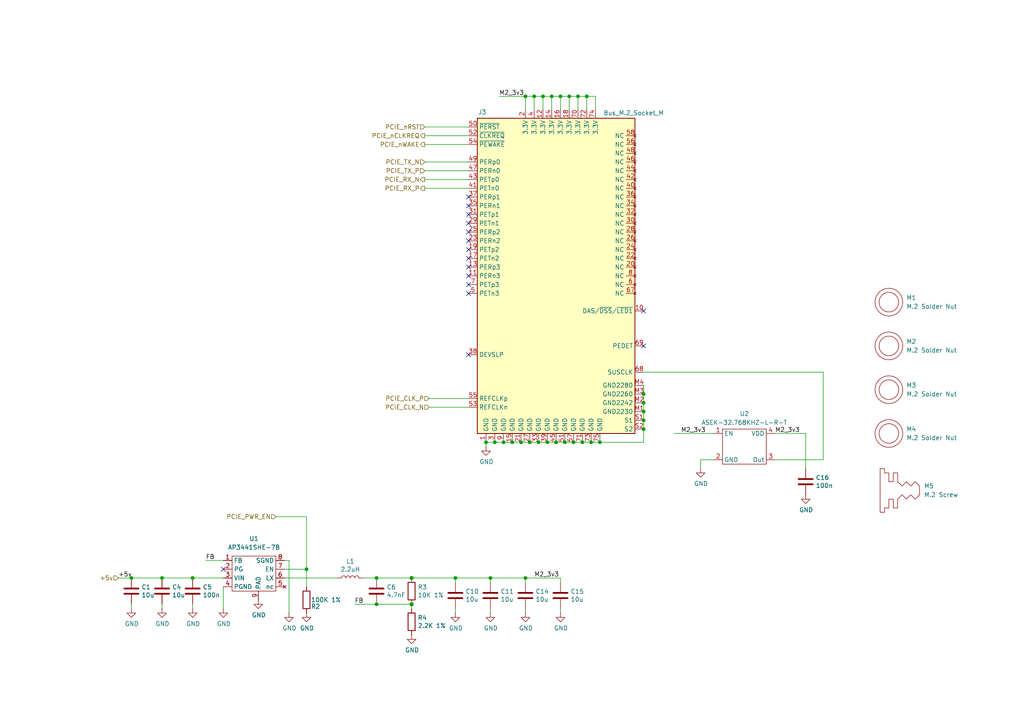
<source format=kicad_sch>
(kicad_sch (version 20231120) (generator "eeschema") (generator_version "8.0")
  (paper "A4")
  (title_block (title "Compute Module 5 IO Board - M2 Socket") (rev "1") (company "Copyright © 2024 Raspberry Pi Ltd.") (comment 1 "www.raspberrypi.com"))
  (lib_symbols
    (symbol "CM5IO:AP3441SHE-7B"
      (property "Reference" "U" (at -6.35 10.16 0))
      (property "Value" "AP3441SHE-7B" (at 0 7.62 0))
      (symbol "AP3441SHE-7B_0_1"
        (rectangle (start -6.35 6.35) (end 6.35 -3.81))
      )
      (symbol "AP3441SHE-7B_1_1"
        (pin passive line (at -8.89 5.08 0) (length 2.54) (name "FB") (number "1"))
        (pin open_collector line (at -8.89 2.54 0) (length 2.54) (name "PG") (number "2"))
        (pin power_in line (at -8.89 0 0) (length 2.54) (name "VIN") (number "3"))
        (pin power_in line (at -8.89 -2.54 0) (length 2.54) (name "PGND") (number "4"))
        (pin no_connect line (at 8.89 -2.54 180) (length 2.54) (name "nc") (number "5"))
        (pin power_out line (at 8.89 0 180) (length 2.54) (name "LX") (number "6"))
        (pin input line (at 8.89 2.54 180) (length 2.54) (name "EN") (number "7"))
        (pin power_in line (at 8.89 5.08 180) (length 2.54) (name "SGND") (number "8"))
        (pin input line (at 1.27 -6.35 90) (length 2.54) (name "PAD") (number "9"))
      )
    )
    (symbol "CM5IO:ASEK-32.768KHZ-L-R-T"
      (property "Reference" "U" (at -5.08 6.35 0))
      (property "Value" "ASEK-32.768KHZ-L-R-T" (at 0 -6.35 0))
      (symbol "ASEK-32.768KHZ-L-R-T_0_1"
        (rectangle (start -6.35 5.08) (end 6.35 -5.08))
      )
      (symbol "ASEK-32.768KHZ-L-R-T_1_1"
        (pin input line (at -8.89 3.81 0) (length 2.54) (name "EN") (number "1"))
        (pin power_in line (at -8.89 -3.81 0) (length 2.54) (name "GND") (number "2"))
        (pin output line (at 8.89 -3.81 180) (length 2.54) (name "Out") (number "3"))
        (pin power_in line (at 8.89 3.81 180) (length 2.54) (name "VDD") (number "4"))
      )
    )
    (symbol "CM5IO:Bus_M.2_Socket_M"
      (property "Reference" "J" (at -22.86 46.99 0))
      (property "Value" "Bus_M.2_Socket_M" (at 30.988 46.99 0))
      (symbol "Bus_M.2_Socket_M_0_1"
        (rectangle (start -22.86 45.72) (end 22.86 -45.72) (stroke (width 0.254)) (fill (type background)))
      )
      (symbol "Bus_M.2_Socket_M_1_1"
        (pin power_in line (at -20.32 -48.26 90) (length 2.54) (name "GND") (number "1"))
        (pin bidirectional line (at 25.4 -10.16 180) (length 2.54) (name "DAS/~{DSS}/~{LED1}") (number "10"))
        (pin input line (at -25.4 0 0) (length 2.54) (name "PERn3") (number "11"))
        (pin power_in line (at -3.81 48.26 270) (length 2.54) (name "3.3V") (number "12"))
        (pin input line (at -25.4 2.54 0) (length 2.54) (name "PERp3") (number "13"))
        (pin power_in line (at -1.27 48.26 270) (length 2.54) (name "3.3V") (number "14"))
        (pin power_in line (at -12.7 -48.26 90) (length 2.54) (name "GND") (number "15"))
        (pin power_in line (at 1.27 48.26 270) (length 2.54) (name "3.3V") (number "16"))
        (pin output line (at -25.4 5.08 0) (length 2.54) (name "PETn2") (number "17"))
        (pin power_in line (at 3.81 48.26 270) (length 2.54) (name "3.3V") (number "18"))
        (pin output line (at -25.4 7.62 0) (length 2.54) (name "PETp2") (number "19"))
        (pin power_in line (at -8.89 48.26 270) (length 2.54) (name "3.3V") (number "2"))
        (pin no_connect line (at 22.86 2.54 180) (length 2.54) (name "NC") (number "20"))
        (pin power_in line (at -10.16 -48.26 90) (length 2.54) (name "GND") (number "21"))
        (pin no_connect line (at 22.86 5.08 180) (length 2.54) (name "NC") (number "22"))
        (pin input line (at -25.4 10.16 0) (length 2.54) (name "PERn2") (number "23"))
        (pin no_connect line (at 22.86 7.62 180) (length 2.54) (name "NC") (number "24"))
        (pin input line (at -25.4 12.7 0) (length 2.54) (name "PERp2") (number "25"))
        (pin no_connect line (at 22.86 10.16 180) (length 2.54) (name "NC") (number "26"))
        (pin power_in line (at -7.62 -48.26 90) (length 2.54) (name "GND") (number "27"))
        (pin no_connect line (at 22.86 12.7 180) (length 2.54) (name "NC") (number "28"))
        (pin output line (at -25.4 15.24 0) (length 2.54) (name "PETn1") (number "29"))
        (pin power_in line (at -17.78 -48.26 90) (length 2.54) (name "GND") (number "3"))
        (pin no_connect line (at 22.86 15.24 180) (length 2.54) (name "NC") (number "30"))
        (pin output line (at -25.4 17.78 0) (length 2.54) (name "PETp1") (number "31"))
        (pin no_connect line (at 22.86 17.78 180) (length 2.54) (name "NC") (number "32"))
        (pin power_in line (at -5.08 -48.26 90) (length 2.54) (name "GND") (number "33"))
        (pin no_connect line (at 22.86 20.32 180) (length 2.54) (name "NC") (number "34"))
        (pin input line (at -25.4 20.32 0) (length 2.54) (name "PERn1") (number "35"))
        (pin no_connect line (at 22.86 22.86 180) (length 2.54) (name "NC") (number "36"))
        (pin input line (at -25.4 22.86 0) (length 2.54) (name "PERp1") (number "37"))
        (pin input line (at -25.4 -22.86 0) (length 2.54) (name "DEVSLP") (number "38"))
        (pin power_in line (at -2.54 -48.26 90) (length 2.54) (name "GND") (number "39"))
        (pin power_in line (at -6.35 48.26 270) (length 2.54) (name "3.3V") (number "4"))
        (pin no_connect line (at 22.86 25.4 180) (length 2.54) (name "NC") (number "40"))
        (pin output line (at -25.4 25.4 0) (length 2.54) (name "PETn0") (number "41"))
        (pin no_connect line (at 22.86 27.94 180) (length 2.54) (name "NC") (number "42"))
        (pin output line (at -25.4 27.94 0) (length 2.54) (name "PETp0") (number "43"))
        (pin no_connect line (at 22.86 30.48 180) (length 2.54) (name "NC") (number "44"))
        (pin power_in line (at 0 -48.26 90) (length 2.54) (name "GND") (number "45"))
        (pin no_connect line (at 22.86 33.02 180) (length 2.54) (name "NC") (number "46"))
        (pin input line (at -25.4 30.48 0) (length 2.54) (name "PERn0") (number "47"))
        (pin no_connect line (at 22.86 35.56 180) (length 2.54) (name "NC") (number "48"))
        (pin input line (at -25.4 33.02 0) (length 2.54) (name "PERp0") (number "49"))
        (pin output line (at -25.4 -5.08 0) (length 2.54) (name "PETn3") (number "5"))
        (pin input line (at -25.4 43.18 0) (length 2.54) (name "~{PERST}") (number "50"))
        (pin power_in line (at 2.54 -48.26 90) (length 2.54) (name "GND") (number "51"))
        (pin bidirectional line (at -25.4 40.64 0) (length 2.54) (name "~{CLKREQ}") (number "52"))
        (pin input line (at -25.4 -38.1 0) (length 2.54) (name "REFCLKn") (number "53"))
        (pin bidirectional line (at -25.4 38.1 0) (length 2.54) (name "~{PEWAKE}") (number "54"))
        (pin input line (at -25.4 -35.56 0) (length 2.54) (name "REFCLKp") (number "55"))
        (pin no_connect line (at 22.86 38.1 180) (length 2.54) (name "NC") (number "56"))
        (pin power_in line (at 5.08 -48.26 90) (length 2.54) (name "GND") (number "57"))
        (pin no_connect line (at 22.86 40.64 180) (length 2.54) (name "NC") (number "58"))
        (pin no_connect line (at 22.86 -2.54 180) (length 2.54) (name "NC") (number "6"))
        (pin no_connect line (at 22.86 -5.08 180) (length 2.54) (name "NC") (number "67"))
        (pin input line (at 25.4 -27.94 180) (length 2.54) (name "SUSCLK") (number "68"))
        (pin passive line (at 25.4 -20.32 180) (length 2.54) (name "PEDET") (number "69"))
        (pin output line (at -25.4 -2.54 0) (length 2.54) (name "PETp3") (number "7"))
        (pin power_in line (at 6.35 48.26 270) (length 2.54) (name "3.3V") (number "70"))
        (pin power_in line (at 7.62 -48.26 90) (length 2.54) (name "GND") (number "71"))
        (pin power_in line (at 8.89 48.26 270) (length 2.54) (name "3.3V") (number "72"))
        (pin power_in line (at 10.16 -48.26 90) (length 2.54) (name "GND") (number "73"))
        (pin power_in line (at 11.43 48.26 270) (length 2.54) (name "3.3V") (number "74"))
        (pin power_in line (at 12.7 -48.26 90) (length 2.54) (name "GND") (number "75"))
        (pin no_connect line (at 22.86 0 180) (length 2.54) (name "NC") (number "8"))
        (pin power_in line (at -15.24 -48.26 90) (length 2.54) (name "GND") (number "9"))
        (pin passive line (at 25.4 -39.37 180) (length 2.54) (name "GND2230") (number "M1"))
        (pin passive line (at 25.4 -36.83 180) (length 2.54) (name "GND2242") (number "M2"))
        (pin passive line (at 25.4 -34.29 180) (length 2.54) (name "GND2260") (number "M3"))
        (pin passive line (at 25.4 -31.75 180) (length 2.54) (name "GND2280") (number "M4"))
        (pin passive line (at 25.4 -41.91 180) (length 2.54) (name "S1") (number "S1"))
        (pin passive line (at 25.4 -44.45 180) (length 2.54) (name "S2") (number "S2"))
      )
    )
    (symbol "CM5IO:M.2_Screw" (pin_numbers hide) (pin_names (offset 0) hide) (on_board no)
      (property "Reference" "M" (at -0.254 -6.35 0))
      (property "Value" "M.2 Screw" (at 0.254 -8.636 0))
      (symbol "M.2_Screw_0_1"
        (polyline (pts (xy -5.08 0) (xy -5.08 -6.35) (xy -3.81 -6.35) (xy -3.81 -5.08) (xy -2.54 -5.08) (xy -2.54 -2.54) (xy -1.27 -2.54) (xy -1.27 -5.08) (xy 0 -5.08) (xy 0 -2.54) (xy 1.27 -1.27) (xy 2.54 -2.54) (xy 3.81 -1.27) (xy 5.08 -2.54) (xy 6.35 -1.27) (xy 6.35 1.27) (xy 5.08 2.54) (xy 3.81 1.27) (xy 2.54 2.54) (xy 1.27 1.27) (xy 0 2.54) (xy 0 5.08) (xy -1.27 5.08) (xy -1.27 2.54) (xy -2.54 2.54) (xy -2.54 5.08) (xy -3.81 5.08) (xy -3.81 6.35) (xy -5.08 6.35) (xy -5.08 0)))
      )
    )
    (symbol "CM5IO:SolderNut" (pin_numbers hide) (pin_names (offset 0) hide) (exclude_from_sim yes) (on_board no)
      (property "Reference" "M" (at -6.35 -3.556 0))
      (property "Value" "M.2 Solder Nut" (at 0.254 -5.842 0))
      (symbol "SolderNut_0_1"
        (circle (center 0 0) (radius 2.8398))
        (circle (center 0 0) (radius 4.0161))
      )
    )
    (symbol "Device:C" (pin_numbers hide) (pin_names (offset 0.254))
      (property "Reference" "C" (at 0.635 2.54 0))
      (property "Value" "C" (at 0.635 -2.54 0))
      (symbol "C_0_1"
        (polyline (pts (xy -2.032 -0.762) (xy 2.032 -0.762)) (stroke (width 0.508)))
        (polyline (pts (xy -2.032 0.762) (xy 2.032 0.762)) (stroke (width 0.508)))
      )
      (symbol "C_1_1"
        (pin passive line (at 0 3.81 270) (length 2.794) (name "~") (number "1"))
        (pin passive line (at 0 -3.81 90) (length 2.794) (name "~") (number "2"))
      )
    )
    (symbol "Device:L" (pin_numbers hide) (pin_names (offset 1.016) hide)
      (property "Reference" "L" (at -1.27 0 90))
      (property "Value" "L" (at 1.905 0 90))
      (symbol "L_0_1"
        (arc (start 0 -2.54) (mid 0.6323 -1.905) (end 0 -1.27))
        (arc (start 0 -1.27) (mid 0.6323 -0.635) (end 0 0))
        (arc (start 0 0) (mid 0.6323 0.635) (end 0 1.27))
        (arc (start 0 1.27) (mid 0.6323 1.905) (end 0 2.54))
      )
      (symbol "L_1_1"
        (pin passive line (at 0 3.81 270) (length 1.27) (name "1") (number "1"))
        (pin passive line (at 0 -3.81 90) (length 1.27) (name "2") (number "2"))
      )
    )
    (symbol "Device:R" (pin_numbers hide) (pin_names (offset 0))
      (property "Reference" "R" (at 2.032 0 90))
      (property "Value" "R" (at 0 0 90))
      (symbol "R_0_1"
        (rectangle (start -1.016 -2.54) (end 1.016 2.54) (stroke (width 0.254)))
      )
      (symbol "R_1_1"
        (pin passive line (at 0 3.81 270) (length 1.27) (name "~") (number "1"))
        (pin passive line (at 0 -3.81 90) (length 1.27) (name "~") (number "2"))
      )
    )
    (symbol "power:GND" (power) (pin_numbers hide) (pin_names (offset 0) hide)
      (property "Value" "GND" (at 0 -3.81 0))
      (symbol "GND_0_1"
        (polyline (pts (xy 0 0) (xy 0 -1.27) (xy 1.27 -1.27) (xy 0 -2.54) (xy -1.27 -1.27) (xy 0 -1.27)))
      )
      (symbol "GND_1_1"
        (pin power_in line (at 0 0 270) (length 0) (name "~") (number "1"))
      )
    )
  )
  (junction (at 156.21 128.27))
  (junction (at 170.18 27.94))
  (junction (at 55.88 167.64))
  (junction (at 119.38 175.26) (diameter 1.016))
  (junction (at 143.51 128.27))
  (junction (at 171.45 128.27))
  (junction (at 165.1 27.94))
  (junction (at 109.22 167.64))
  (junction (at 158.75 128.27))
  (junction (at 153.67 128.27))
  (junction (at 46.99 167.64))
  (junction (at 173.99 128.27))
  (junction (at 132.08 167.64))
  (junction (at 88.9 165.1))
  (junction (at 38.1 167.64))
  (junction (at 154.94 27.94))
  (junction (at 142.24 167.64))
  (junction (at 186.69 121.92))
  (junction (at 186.69 116.84))
  (junction (at 166.37 128.27))
  (junction (at 146.05 128.27))
  (junction (at 152.4 27.94))
  (junction (at 163.83 128.27))
  (junction (at 148.59 128.27))
  (junction (at 167.64 27.94))
  (junction (at 109.22 175.26))
  (junction (at 161.29 128.27))
  (junction (at 186.69 124.46))
  (junction (at 186.69 114.3))
  (junction (at 140.97 128.27))
  (junction (at 160.02 27.94))
  (junction (at 162.56 27.94))
  (junction (at 186.69 119.38))
  (junction (at 152.4 167.64))
  (junction (at 151.13 128.27))
  (junction (at 119.38 167.64) (diameter 1.016))
  (junction (at 168.91 128.27))
  (junction (at 157.48 27.94))
  (no_connect (at 64.77 165.1))
  (no_connect (at 135.89 80.01))
  (no_connect (at 135.89 85.09))
  (no_connect (at 135.89 72.39))
  (no_connect (at 186.69 90.17))
  (no_connect (at 135.89 82.55))
  (no_connect (at 135.89 57.15))
  (no_connect (at 135.89 102.87))
  (no_connect (at 135.89 77.47))
  (no_connect (at 186.69 100.33))
  (no_connect (at 135.89 67.31))
  (no_connect (at 135.89 62.23))
  (no_connect (at 135.89 74.93))
  (no_connect (at 135.89 69.85))
  (no_connect (at 135.89 64.77))
  (no_connect (at 135.89 59.69))
  (wire (pts (xy 186.69 124.46) (xy 186.69 128.27)))
  (wire (pts (xy 105.41 167.64) (xy 109.22 167.64)))
  (wire (pts (xy 140.97 128.27) (xy 143.51 128.27)))
  (wire (pts (xy 167.64 27.94) (xy 170.18 27.94)))
  (wire (pts (xy 162.56 27.94) (xy 162.56 31.75)))
  (wire (pts (xy 195.58 125.73) (xy 207.01 125.73)))
  (wire (pts (xy 109.22 167.64) (xy 119.38 167.64)))
  (wire (pts (xy 152.4 27.94) (xy 154.94 27.94)))
  (wire (pts (xy 173.99 128.27) (xy 171.45 128.27)))
  (wire (pts (xy 123.19 52.07) (xy 135.89 52.07)))
  (wire (pts (xy 142.24 167.64) (xy 152.4 167.64)))
  (wire (pts (xy 88.9 165.1) (xy 88.9 170.18)))
  (wire (pts (xy 152.4 167.64) (xy 162.56 167.64)))
  (wire (pts (xy 124.46 115.57) (xy 135.89 115.57)))
  (wire (pts (xy 59.69 162.56) (xy 64.77 162.56)))
  (wire (pts (xy 135.89 46.99) (xy 123.19 46.99)))
  (wire (pts (xy 156.21 128.27) (xy 153.67 128.27)))
  (wire (pts (xy 55.88 175.26) (xy 55.88 176.53)))
  (wire (pts (xy 154.94 27.94) (xy 157.48 27.94)))
  (wire (pts (xy 186.69 119.38) (xy 186.69 121.92)))
  (wire (pts (xy 186.69 121.92) (xy 186.69 124.46)))
  (wire (pts (xy 165.1 27.94) (xy 165.1 31.75)))
  (wire (pts (xy 123.19 54.61) (xy 135.89 54.61)))
  (wire (pts (xy 171.45 128.27) (xy 168.91 128.27)))
  (wire (pts (xy 123.19 49.53) (xy 135.89 49.53)))
  (wire (pts (xy 46.99 167.64) (xy 55.88 167.64)))
  (wire (pts (xy 82.55 165.1) (xy 88.9 165.1)))
  (wire (pts (xy 132.08 167.64) (xy 142.24 167.64)))
  (wire (pts (xy 186.69 116.84) (xy 186.69 119.38)))
  (wire (pts (xy 167.64 27.94) (xy 167.64 31.75)))
  (wire (pts (xy 34.29 167.64) (xy 38.1 167.64)))
  (wire (pts (xy 186.69 114.3) (xy 186.69 116.84)))
  (wire (pts (xy 152.4 167.64) (xy 152.4 168.91)))
  (wire (pts (xy 186.69 128.27) (xy 173.99 128.27)))
  (wire (pts (xy 168.91 128.27) (xy 166.37 128.27)))
  (wire (pts (xy 119.38 167.64) (xy 132.08 167.64)))
  (wire (pts (xy 152.4 176.53) (xy 152.4 177.8)))
  (wire (pts (xy 158.75 128.27) (xy 161.29 128.27)))
  (wire (pts (xy 166.37 128.27) (xy 163.83 128.27)))
  (wire (pts (xy 170.18 27.94) (xy 172.72 27.94)))
  (wire (pts (xy 82.55 167.64) (xy 97.79 167.64)))
  (wire (pts (xy 238.76 133.35) (xy 224.79 133.35)))
  (wire (pts (xy 157.48 27.94) (xy 160.02 27.94)))
  (wire (pts (xy 203.2 135.89) (xy 203.2 133.35)))
  (wire (pts (xy 157.48 27.94) (xy 157.48 31.75)))
  (wire (pts (xy 186.69 111.76) (xy 186.69 114.3)))
  (wire (pts (xy 152.4 27.94) (xy 152.4 31.75)))
  (wire (pts (xy 55.88 167.64) (xy 64.77 167.64)))
  (wire (pts (xy 88.9 149.86) (xy 88.9 165.1)))
  (wire (pts (xy 172.72 27.94) (xy 172.72 31.75)))
  (wire (pts (xy 124.46 118.11) (xy 135.89 118.11)))
  (wire (pts (xy 109.22 175.26) (xy 119.38 175.26)))
  (wire (pts (xy 123.19 39.37) (xy 135.89 39.37)))
  (wire (pts (xy 38.1 175.26) (xy 38.1 176.53)))
  (wire (pts (xy 123.19 41.91) (xy 135.89 41.91)))
  (wire (pts (xy 132.08 168.91) (xy 132.08 167.64)))
  (wire (pts (xy 146.05 128.27) (xy 143.51 128.27)))
  (wire (pts (xy 82.55 162.56) (xy 83.82 162.56)))
  (wire (pts (xy 140.97 128.27) (xy 140.97 129.54)))
  (wire (pts (xy 148.59 128.27) (xy 151.13 128.27)))
  (wire (pts (xy 144.78 27.94) (xy 152.4 27.94)))
  (wire (pts (xy 162.56 27.94) (xy 165.1 27.94)))
  (wire (pts (xy 186.69 107.95) (xy 238.76 107.95)))
  (wire (pts (xy 38.1 167.64) (xy 46.99 167.64)))
  (wire (pts (xy 233.68 125.73) (xy 224.79 125.73)))
  (wire (pts (xy 142.24 167.64) (xy 142.24 168.91)))
  (wire (pts (xy 163.83 128.27) (xy 161.29 128.27)))
  (wire (pts (xy 80.01 149.86) (xy 88.9 149.86)))
  (wire (pts (xy 46.99 175.26) (xy 46.99 176.53)))
  (wire (pts (xy 151.13 128.27) (xy 153.67 128.27)))
  (wire (pts (xy 156.21 128.27) (xy 158.75 128.27)))
  (wire (pts (xy 132.08 177.8) (xy 132.08 176.53)))
  (wire (pts (xy 160.02 27.94) (xy 160.02 31.75)))
  (wire (pts (xy 162.56 176.53) (xy 162.56 177.8)))
  (wire (pts (xy 203.2 133.35) (xy 207.01 133.35)))
  (wire (pts (xy 233.68 135.89) (xy 233.68 125.73)))
  (wire (pts (xy 64.77 176.53) (xy 64.77 170.18)))
  (wire (pts (xy 162.56 167.64) (xy 162.56 168.91)))
  (wire (pts (xy 154.94 27.94) (xy 154.94 31.75)))
  (wire (pts (xy 142.24 176.53) (xy 142.24 177.8)))
  (wire (pts (xy 165.1 27.94) (xy 167.64 27.94)))
  (wire (pts (xy 119.38 176.53) (xy 119.38 175.26)))
  (wire (pts (xy 146.05 128.27) (xy 148.59 128.27)))
  (wire (pts (xy 123.19 36.83) (xy 135.89 36.83)))
  (wire (pts (xy 102.87 175.26) (xy 109.22 175.26)))
  (wire (pts (xy 160.02 27.94) (xy 162.56 27.94)))
  (wire (pts (xy 170.18 27.94) (xy 170.18 31.75)))
  (wire (pts (xy 238.76 107.95) (xy 238.76 133.35)))
  (wire (pts (xy 83.82 162.56) (xy 83.82 177.8)))
  (label "M2_3v3" (at 154.94 167.64 0))
  (label "+5v" (at 34.29 167.64 0))
  (label "FB" (at 59.69 162.56 0))
  (label "M2_3v3" (at 224.79 125.73 0))
  (label "M2_3v3" (at 197.485 125.73 0))
  (label "M2_3v3" (at 144.78 27.94 0))
  (label "FB" (at 102.87 175.26 0))
  (hierarchical_label "PCIE_RX_N" (shape output) (at 123.19 52.07 180))
  (hierarchical_label "PCIE_CLK_N" (shape input) (at 124.46 118.11 180))
  (hierarchical_label "PCIE_TX_P" (shape input) (at 123.19 49.53 180))
  (hierarchical_label "PCIE_nCLKREQ" (shape output) (at 123.19 39.37 180))
  (hierarchical_label "PCIE_RX_P" (shape output) (at 123.19 54.61 180))
  (hierarchical_label "PCIE_PWR_EN" (shape input) (at 80.01 149.86 180))
  (hierarchical_label "PCIE_nWAKE" (shape output) (at 123.19 41.91 180))
  (hierarchical_label "PCIE_TX_N" (shape input) (at 123.19 46.99 180))
  (hierarchical_label "PCIE_nRST" (shape input) (at 123.19 36.83 180))
  (hierarchical_label "+5v" (shape input) (at 34.29 167.64 180))
  (hierarchical_label "PCIE_CLK_P" (shape input) (at 124.46 115.57 180))
  (symbol (lib_id "Device:C") (at 152.4 172.72 0) (unit 1)
    (property "Reference" "C14" (at 155.321 171.5516 0) (effects (justify left)))
    (property "Value" "10u" (at 155.321 173.863 0) (effects (justify left)))
    (property "Footprint" "Capacitor_SMD:C_0805_2012Metric" (effects (hide yes)))
    (property "Datasheet" "https://search.murata.co.jp/Ceramy/image/img/A01X/G101/ENG/GRM21BR71A106KA73-01.pdf" (effects (hide yes)))
    (property "Field4" "Digikey" (effects (hide yes)))
    (property "Field5" "490-14381-1-ND" (effects (hide yes)))
    (property "Field6" "GRM21BR71A106KA73L" (effects (hide yes)))
    (property "Field7" "Murata" (effects (hide yes)))
    (property "Field8" "111893011" (effects (hide yes)))
    (property "Part Description" "	10uF 10% 10V Ceramic Capacitor X7R 0805 (2012 Metric)" (effects (hide yes)))
  )
  (symbol (lib_id "power:GND") (at 152.4 177.8 0) (unit 1)
    (property "Reference" "#PWR023" (effects (hide yes)))
    (property "Value" "GND" (at 152.527 182.1942 0))
    (property "Description" "Power symbol creates a global label with name \"GND\" , ground" (effects (hide yes)))
  )
  (symbol (lib_id "Device:C") (at 46.99 171.45 0) (unit 1)
    (property "Reference" "C4" (at 49.911 170.2816 0) (effects (justify left)))
    (property "Value" "10u" (at 49.911 172.593 0) (effects (justify left)))
    (property "Footprint" "Capacitor_SMD:C_0805_2012Metric" (effects (hide yes)))
    (property "Datasheet" "https://search.murata.co.jp/Ceramy/image/img/A01X/G101/ENG/GRM21BR71A106KA73-01.pdf" (effects (hide yes)))
    (property "Field4" "Digikey" (effects (hide yes)))
    (property "Field5" "490-14381-1-ND" (effects (hide yes)))
    (property "Field6" "GRM21BR71A106KA73L" (effects (hide yes)))
    (property "Field7" "Murata" (effects (hide yes)))
    (property "Field8" "111893011" (effects (hide yes)))
    (property "Part Description" "	10uF 10% 10V Ceramic Capacitor X7R 0805 (2012 Metric)" (effects (hide yes)))
  )
  (symbol (lib_id "power:GND") (at 46.99 176.53 0) (unit 1)
    (property "Reference" "#PWR08" (effects (hide yes)))
    (property "Value" "GND" (at 47.117 180.9242 0))
    (property "Description" "Power symbol creates a global label with name \"GND\" , ground" (effects (hide yes)))
  )
  (symbol (lib_id "power:GND") (at 140.97 129.54 0) (unit 1)
    (property "Reference" "#PWR021" (effects (hide yes)))
    (property "Value" "GND" (at 141.097 133.9342 0))
    (property "Description" "Power symbol creates a global label with name \"GND\" , ground" (effects (hide yes)))
  )
  (symbol (lib_id "power:GND") (at 162.56 177.8 0) (unit 1)
    (property "Reference" "#PWR024" (effects (hide yes)))
    (property "Value" "GND" (at 162.687 182.1942 0))
    (property "Description" "Power symbol creates a global label with name \"GND\" , ground" (effects (hide yes)))
  )
  (symbol (lib_id "CM5IO:SolderNut") (at 257.81 113.03 0) (unit 1) (exclude_from_sim yes) (on_board no)
    (property "Reference" "M3" (at 262.89 111.7599 0) (effects (justify left)))
    (property "Value" "M.2 Solder Nut" (at 262.89 114.2999 0) (effects (justify left)))
    (property "Part Description" "Solder nut for M.2 slot" (effects (hide yes)))
  )
  (symbol (lib_id "Device:L") (at 101.6 167.64 90) (unit 1)
    (property "Reference" "L1" (at 101.6 162.814 90))
    (property "Value" "2.2uH" (at 101.6 165.1254 90))
    (property "Footprint" "CM5IO:L_Bourns_SRP5030CC" (effects (hide yes)))
    (property "Datasheet" "https://www.bourns.com/docs/product-datasheets/srp5030cc.pdf" (effects (hide yes)))
    (property "Field6" "SRP5030CC-2R2M" (effects (hide yes)))
    (property "Field7" "Bourns" (effects (hide yes)))
    (property "Part Description" "Inductor, SMT, 2520, 2u2, IRMS=7A, ISAT=8A, DCR=0.032R" (effects (hide yes)))
    (property "Field5" "SRP5030CC-2R2M" (effects (hide yes)))
  )
  (symbol (lib_id "power:GND") (at 64.77 176.53 0) (unit 1)
    (property "Reference" "#PWR015" (effects (hide yes)))
    (property "Value" "GND" (at 64.897 180.9242 0))
    (property "Description" "Power symbol creates a global label with name \"GND\" , ground" (effects (hide yes)))
  )
  (symbol (lib_id "Device:R") (at 119.38 171.45 0) (unit 1)
    (property "Reference" "R3" (at 121.158 170.2816 0) (effects (justify left)))
    (property "Value" "10K 1%" (at 121.158 172.593 0) (effects (justify left)))
    (property "Footprint" "Resistor_SMD:R_0805_2012Metric_Pad1.20x1.40mm_HandSolder" (effects (hide yes)))
    (property "Datasheet" "https://fscdn.rohm.com/en/products/databook/datasheet/passive/resistor/chip_resistor/mcr-e.pdf" (effects (hide yes)))
    (property "Field4" "Farnell" (effects (hide yes)))
    (property "Field7" "Rohm" (effects (hide yes)))
    (property "Field6" "MCR01MZPF1002" (effects (hide yes)))
    (property "Part Description" "Resistor 10K M1005 1% 63mW" (effects (hide yes)))
  )
  (symbol (lib_id "Device:C") (at 233.68 139.7 0) (unit 1)
    (property "Reference" "C16" (at 236.601 138.5316 0) (effects (justify left)))
    (property "Value" "100n" (at 236.601 140.843 0) (effects (justify left)))
    (property "Footprint" "Capacitor_SMD:C_0805_2012Metric_Pad1.18x1.45mm_HandSolder" (effects (hide yes)))
    (property "Datasheet" "https://search.murata.co.jp/Ceramy/image/img/A01X/G101/ENG/GRM155R71C104KA88-01.pdf" (effects (hide yes)))
    (property "Field4" "Farnell" (effects (hide yes)))
    (property "Field5" "2611911" (effects (hide yes)))
    (property "Field6" "RM EMK105 B7104KV-F" (effects (hide yes)))
    (property "Field7" "TAIYO YUDEN EUROPE GMBH" (effects (hide yes)))
    (property "Field8" "110091611" (effects (hide yes)))
    (property "Part Description" "	0.1uF 10% 16V Ceramic Capacitor X7R 0402 (1005 Metric)" (effects (hide yes)))
  )
  (symbol (lib_id "Device:R") (at 88.9 173.99 0) (unit 1)
    (property "Reference" "R2" (at 90.17 175.895 0) (effects (justify left)))
    (property "Value" "100K 1%" (at 90.17 173.99 0) (effects (justify left)))
    (property "Footprint" "Resistor_SMD:R_0805_2012Metric_Pad1.20x1.40mm_HandSolder" (effects (hide yes)))
    (property "Datasheet" "https://fscdn.rohm.com/en/products/databook/datasheet/passive/resistor/chip_resistor/mcr-e.pdf" (effects (hide yes)))
    (property "Field4" "Farnell" (effects (hide yes)))
    (property "Field6" "MCR01MZPF1003" (effects (hide yes)))
    (property "Field7" "Rohm" (effects (hide yes)))
    (property "Part Description" "Resistor 100K M1005 1% 63mW" (effects (hide yes)))
  )
  (symbol (lib_id "Device:R") (at 119.38 180.34 0) (unit 1)
    (property "Reference" "R4" (at 121.158 179.1716 0) (effects (justify left)))
    (property "Value" "2.2K 1%" (at 121.158 181.483 0) (effects (justify left)))
    (property "Footprint" "Resistor_SMD:R_0805_2012Metric_Pad1.20x1.40mm_HandSolder" (effects (hide yes)))
    (property "Datasheet" "https://fscdn.rohm.com/en/products/databook/datasheet/passive/resistor/chip_resistor/mcr-e.pdf" (effects (hide yes)))
    (property "Field4" "Farnell" (effects (hide yes)))
    (property "Part Description" "Resistor 2.2K M1005 1% 63mW" (effects (hide yes)))
  )
  (symbol (lib_id "CM5IO:ASEK-32.768KHZ-L-R-T") (at 215.9 129.54 0) (unit 1)
    (property "Reference" "U2" (at 215.9 120.015 0))
    (property "Value" "ASEK-32.768KHZ-L-R-T" (at 215.9 122.555 0))
    (property "Footprint" "Crystal:Crystal_SMD_3225-4Pin_3.2x2.5mm" (effects (hide yes)))
    (property "Datasheet" "https://abracon.com/Oscillators/ASEK.pdf" (effects (hide yes)))
    (property "Field5" "ASEK-32.768KHZ-L-R-T" (effects (hide yes)))
    (property "Field6" "ASEK-32.768KHZ-L-R-T" (effects (hide yes)))
    (property "Field7" "abracon" (effects (hide yes)))
    (property "Part Description" "32KHz Xtal oscilator" (effects (hide yes)))
  )
  (symbol (lib_id "Device:C") (at 38.1 171.45 0) (unit 1)
    (property "Reference" "C1" (at 41.021 170.2816 0) (effects (justify left)))
    (property "Value" "10u" (at 41.021 172.593 0) (effects (justify left)))
    (property "Footprint" "Capacitor_SMD:C_0805_2012Metric" (effects (hide yes)))
    (property "Datasheet" "https://search.murata.co.jp/Ceramy/image/img/A01X/G101/ENG/GRM21BR71A106KA73-01.pdf" (effects (hide yes)))
    (property "Field4" "Digikey" (effects (hide yes)))
    (property "Field5" "490-14381-1-ND" (effects (hide yes)))
    (property "Field6" "GRM21BR71A106KA73L" (effects (hide yes)))
    (property "Field7" "Murata" (effects (hide yes)))
    (property "Field8" "111893011" (effects (hide yes)))
    (property "Part Description" "	10uF 10% 10V Ceramic Capacitor X7R 0805 (2012 Metric)" (effects (hide yes)))
  )
  (symbol (lib_id "CM5IO:AP3441SHE-7B") (at 73.66 167.64 0) (unit 1)
    (property "Reference" "U1" (at 73.66 156.21 0))
    (property "Value" "AP3441SHE-7B" (at 73.66 158.75 0))
    (property "Footprint" "Package_DFN_QFN:DFN-8-1EP_2x2mm_P0.5mm_EP1.05x1.75mm" (effects (hide yes)))
    (property "Datasheet" "https://www.diodes.com/assets/Datasheets/AP3441-L.pdf" (effects (hide yes)))
    (property "Field5" "AP3441SHE-7B" (effects (hide yes)))
    (property "Field6" "AP3441SHE-7B" (effects (hide yes)))
    (property "Field7" "Diodes" (effects (hide yes)))
    (property "Part Description" "3A DC-DC converter" (effects (hide yes)))
  )
  (symbol (lib_id "Device:C") (at 55.88 171.45 0) (unit 1)
    (property "Reference" "C5" (at 58.801 170.2816 0) (effects (justify left)))
    (property "Value" "100n" (at 58.801 172.593 0) (effects (justify left)))
    (property "Footprint" "Capacitor_SMD:C_0805_2012Metric_Pad1.18x1.45mm_HandSolder" (effects (hide yes)))
    (property "Datasheet" "https://search.murata.co.jp/Ceramy/image/img/A01X/G101/ENG/GRM155R71C104KA88-01.pdf" (effects (hide yes)))
    (property "Field4" "Farnell" (effects (hide yes)))
    (property "Field5" "2611911" (effects (hide yes)))
    (property "Field6" "RM EMK105 B7104KV-F" (effects (hide yes)))
    (property "Field7" "TAIYO YUDEN EUROPE GMBH" (effects (hide yes)))
    (property "Field8" "110091611" (effects (hide yes)))
    (property "Part Description" "	0.1uF 10% 16V Ceramic Capacitor X7R 0402 (1005 Metric)" (effects (hide yes)))
  )
  (symbol (lib_id "Device:C") (at 132.08 172.72 0) (unit 1)
    (property "Reference" "C10" (at 135.001 171.5516 0) (effects (justify left)))
    (property "Value" "10u" (at 135.001 173.863 0) (effects (justify left)))
    (property "Footprint" "Capacitor_SMD:C_0805_2012Metric" (effects (hide yes)))
    (property "Datasheet" "https://search.murata.co.jp/Ceramy/image/img/A01X/G101/ENG/GRM21BR71A106KA73-01.pdf" (effects (hide yes)))
    (property "Field4" "Digikey" (effects (hide yes)))
    (property "Field5" "490-14381-1-ND" (effects (hide yes)))
    (property "Field6" "GRM21BR71A106KA73L" (effects (hide yes)))
    (property "Field7" "Murata" (effects (hide yes)))
    (property "Field8" "111893011" (effects (hide yes)))
    (property "Part Description" "	10uF 10% 10V Ceramic Capacitor X7R 0805 (2012 Metric)" (effects (hide yes)))
  )
  (symbol (lib_id "power:GND") (at 38.1 176.53 0) (unit 1)
    (property "Reference" "#PWR06" (effects (hide yes)))
    (property "Value" "GND" (at 38.227 180.9242 0))
    (property "Description" "Power symbol creates a global label with name \"GND\" , ground" (effects (hide yes)))
  )
  (symbol (lib_id "power:GND") (at 88.9 177.8 0) (unit 1)
    (property "Reference" "#PWR018" (effects (hide yes)))
    (property "Value" "GND" (at 89.027 182.1942 0))
    (property "Description" "Power symbol creates a global label with name \"GND\" , ground" (effects (hide yes)))
  )
  (symbol (lib_id "power:GND") (at 119.38 184.15 0) (unit 1)
    (property "Reference" "#PWR019" (effects (hide yes)))
    (property "Value" "GND" (at 119.507 188.5442 0))
    (property "Description" "Power symbol creates a global label with name \"GND\" , ground" (effects (hide yes)))
  )
  (symbol (lib_id "CM5IO:M.2_Screw") (at 260.35 142.24 0) (unit 1) (on_board no)
    (property "Reference" "M5" (at 267.97 140.9699 0) (effects (justify left)))
    (property "Value" "M.2 Screw" (at 267.97 143.5099 0) (effects (justify left)))
    (property "Part Description" "M.2 Screw" (effects (hide yes)))
  )
  (symbol (lib_id "power:GND") (at 83.82 177.8 0) (unit 1)
    (property "Reference" "#PWR017" (effects (hide yes)))
    (property "Value" "GND" (at 83.947 182.1942 0))
    (property "Description" "Power symbol creates a global label with name \"GND\" , ground" (effects (hide yes)))
  )
  (symbol (lib_id "Device:C") (at 109.22 171.45 0) (unit 1)
    (property "Reference" "C6" (at 112.141 170.2816 0) (effects (justify left)))
    (property "Value" "4.7nF" (at 112.141 172.593 0) (effects (justify left)))
    (property "Footprint" "Capacitor_SMD:C_0805_2012Metric_Pad1.18x1.45mm_HandSolder" (effects (hide yes)))
    (property "Part Description" "4.7nF capacitor 0402" (effects (hide yes)))
  )
  (symbol (lib_id "CM5IO:SolderNut") (at 257.81 100.33 0) (unit 1) (exclude_from_sim yes) (on_board no)
    (property "Reference" "M2" (at 262.89 99.0599 0) (effects (justify left)))
    (property "Value" "M.2 Solder Nut" (at 262.89 101.5999 0) (effects (justify left)))
    (property "Part Description" "Solder nut for M.2 slot" (effects (hide yes)))
  )
  (symbol (lib_id "power:GND") (at 142.24 177.8 0) (unit 1)
    (property "Reference" "#PWR022" (effects (hide yes)))
    (property "Value" "GND" (at 142.367 182.1942 0))
    (property "Description" "Power symbol creates a global label with name \"GND\" , ground" (effects (hide yes)))
  )
  (symbol (lib_id "CM5IO:SolderNut") (at 257.81 87.63 0) (unit 1) (exclude_from_sim yes) (on_board no)
    (property "Reference" "M1" (at 262.89 86.3599 0) (effects (justify left)))
    (property "Value" "M.2 Solder Nut" (at 262.89 88.8999 0) (effects (justify left)))
    (property "Part Description" "Solder nut for M.2 slot" (effects (hide yes)))
  )
  (symbol (lib_id "power:GND") (at 74.93 173.99 0) (unit 1)
    (property "Reference" "#PWR016" (effects (hide yes)))
    (property "Value" "GND" (at 75.057 178.3842 0))
    (property "Description" "Power symbol creates a global label with name \"GND\" , ground" (effects (hide yes)))
  )
  (symbol (lib_id "Device:C") (at 142.24 172.72 0) (unit 1)
    (property "Reference" "C11" (at 145.161 171.5516 0) (effects (justify left)))
    (property "Value" "10u" (at 145.161 173.863 0) (effects (justify left)))
    (property "Footprint" "Capacitor_SMD:C_0805_2012Metric" (effects (hide yes)))
    (property "Datasheet" "https://search.murata.co.jp/Ceramy/image/img/A01X/G101/ENG/GRM21BR71A106KA73-01.pdf" (effects (hide yes)))
    (property "Field4" "Digikey" (effects (hide yes)))
    (property "Field5" "490-14381-1-ND" (effects (hide yes)))
    (property "Field6" "GRM21BR71A106KA73L" (effects (hide yes)))
    (property "Field7" "Murata" (effects (hide yes)))
    (property "Field8" "111893011" (effects (hide yes)))
    (property "Part Description" "	10uF 10% 10V Ceramic Capacitor X7R 0805 (2012 Metric)" (effects (hide yes)))
  )
  (symbol (lib_id "power:GND") (at 233.68 143.51 0) (unit 1)
    (property "Reference" "#PWR026" (effects (hide yes)))
    (property "Value" "GND" (at 233.807 147.9042 0))
    (property "Description" "Power symbol creates a global label with name \"GND\" , ground" (effects (hide yes)))
  )
  (symbol (lib_id "CM5IO:Bus_M.2_Socket_M") (at 161.29 80.01 0) (unit 1)
    (property "Reference" "J3" (at 138.684 32.512 0) (effects (justify left)))
    (property "Value" "Bus_M.2_Socket_M" (at 175.006 32.766 0) (effects (justify left)))
    (property "Footprint" "CM5IO:M.2 M Key socket" (effects (hide yes)))
    (property "Description" "M.2 Socket 3 Mechanical Key M" (effects (hide yes)))
    (property "Field5" "MTSSD03-67MSW337" (effects (hide yes)))
    (property "Field6" "MTSSD03-67MSW337" (effects (hide yes)))
    (property "Field7" "MTCONN" (effects (hide yes)))
    (property "Part Description" "M.2 M Key connector" (effects (hide yes)))
  )
  (symbol (lib_id "power:GND") (at 55.88 176.53 0) (unit 1)
    (property "Reference" "#PWR014" (effects (hide yes)))
    (property "Value" "GND" (at 56.007 180.9242 0))
    (property "Description" "Power symbol creates a global label with name \"GND\" , ground" (effects (hide yes)))
  )
  (symbol (lib_id "CM5IO:SolderNut") (at 257.81 125.73 0) (unit 1) (exclude_from_sim yes) (on_board no)
    (property "Reference" "M4" (at 262.89 124.4599 0) (effects (justify left)))
    (property "Value" "M.2 Solder Nut" (at 262.89 126.9999 0) (effects (justify left)))
    (property "Part Description" "Solder nut for M.2 slot" (effects (hide yes)))
  )
  (symbol (lib_id "Device:C") (at 162.56 172.72 0) (unit 1)
    (property "Reference" "C15" (at 165.481 171.5516 0) (effects (justify left)))
    (property "Value" "10u" (at 165.481 173.863 0) (effects (justify left)))
    (property "Footprint" "Capacitor_SMD:C_0805_2012Metric" (effects (hide yes)))
    (property "Datasheet" "https://search.murata.co.jp/Ceramy/image/img/A01X/G101/ENG/GRM21BR71A106KA73-01.pdf" (effects (hide yes)))
    (property "Field4" "Digikey" (effects (hide yes)))
    (property "Field5" "490-14381-1-ND" (effects (hide yes)))
    (property "Field6" "GRM21BR71A106KA73L" (effects (hide yes)))
    (property "Field7" "Murata" (effects (hide yes)))
    (property "Field8" "111893011" (effects (hide yes)))
    (property "Part Description" "	10uF 10% 10V Ceramic Capacitor X7R 0805 (2012 Metric)" (effects (hide yes)))
  )
  (symbol (lib_id "power:GND") (at 203.2 135.89 0) (unit 1)
    (property "Reference" "#PWR025" (effects (hide yes)))
    (property "Value" "GND" (at 203.327 140.2842 0))
    (property "Description" "Power symbol creates a global label with name \"GND\" , ground" (effects (hide yes)))
  )
  (symbol (lib_id "power:GND") (at 132.08 177.8 0) (unit 1)
    (property "Reference" "#PWR020" (effects (hide yes)))
    (property "Value" "GND" (at 132.207 182.1942 0))
    (property "Description" "Power symbol creates a global label with name \"GND\" , ground" (effects (hide yes)))
  )
)
</source>
